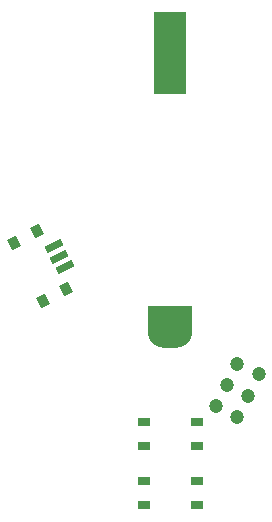
<source format=gbr>
%TF.GenerationSoftware,KiCad,Pcbnew,8.0.3*%
%TF.CreationDate,2024-06-16T19:36:31+02:00*%
%TF.ProjectId,jewelled_lc1,6a657765-6c6c-4656-945f-6c63312e6b69,rev?*%
%TF.SameCoordinates,Original*%
%TF.FileFunction,Paste,Bot*%
%TF.FilePolarity,Positive*%
%FSLAX45Y45*%
G04 Gerber Fmt 4.5, Leading zero omitted, Abs format (unit mm)*
G04 Created by KiCad (PCBNEW 8.0.3) date 2024-06-16 19:36:31*
%MOMM*%
%LPD*%
G01*
G04 APERTURE LIST*
G04 Aperture macros list*
%AMRotRect*
0 Rectangle, with rotation*
0 The origin of the aperture is its center*
0 $1 length*
0 $2 width*
0 $3 Rotation angle, in degrees counterclockwise*
0 Add horizontal line*
21,1,$1,$2,0,0,$3*%
%AMFreePoly0*
4,1,25,-1.750000,1.900000,0.350000,1.900000,0.498310,1.892122,0.731447,1.847033,0.953609,1.763193,1.158408,1.643012,1.339949,1.489949,1.493012,1.308408,1.613193,1.103609,1.697033,0.881447,1.742122,0.648310,1.750000,0.500000,1.750000,-0.500000,1.742122,-0.648310,1.697033,-0.881447,1.613193,-1.103609,1.493012,-1.308408,1.339949,-1.489949,1.158408,-1.643012,0.953609,-1.763193,
0.731447,-1.847033,0.498310,-1.892122,0.350000,-1.900000,-1.750000,-1.900000,-1.750000,1.900000,-1.750000,1.900000,$1*%
G04 Aperture macros list end*
%ADD10RotRect,0.600000X1.500000X116.600000*%
%ADD11RotRect,1.000000X0.800000X116.600000*%
%ADD12R,1.000000X0.700000*%
%ADD13C,1.200000*%
%ADD14FreePoly0,270.000000*%
%ADD15R,2.800000X7.000000*%
G04 APERTURE END LIST*
D10*
%TO.C,SW3*%
X13805724Y-10698819D03*
X13760948Y-10609403D03*
X13716172Y-10519988D03*
D11*
X13624777Y-10985146D03*
X13821491Y-10886639D03*
X13378509Y-10493361D03*
X13575223Y-10394854D03*
%TD*%
D12*
%TO.C,SW2*%
X14480000Y-12215000D03*
X14930000Y-12215000D03*
X14480000Y-12005000D03*
X14930000Y-12005000D03*
%TD*%
D13*
%TO.C,J1*%
X15448967Y-11605945D03*
X15270136Y-11516393D03*
X15359415Y-11784776D03*
X15180585Y-11695224D03*
X15269864Y-11963607D03*
X15091033Y-11874055D03*
%TD*%
D14*
%TO.C,BT1*%
X14702500Y-11202500D03*
D15*
X14702500Y-8887500D03*
%TD*%
D12*
%TO.C,SW1*%
X14925000Y-12505000D03*
X14475000Y-12505000D03*
X14925000Y-12715000D03*
X14475000Y-12715000D03*
%TD*%
M02*

</source>
